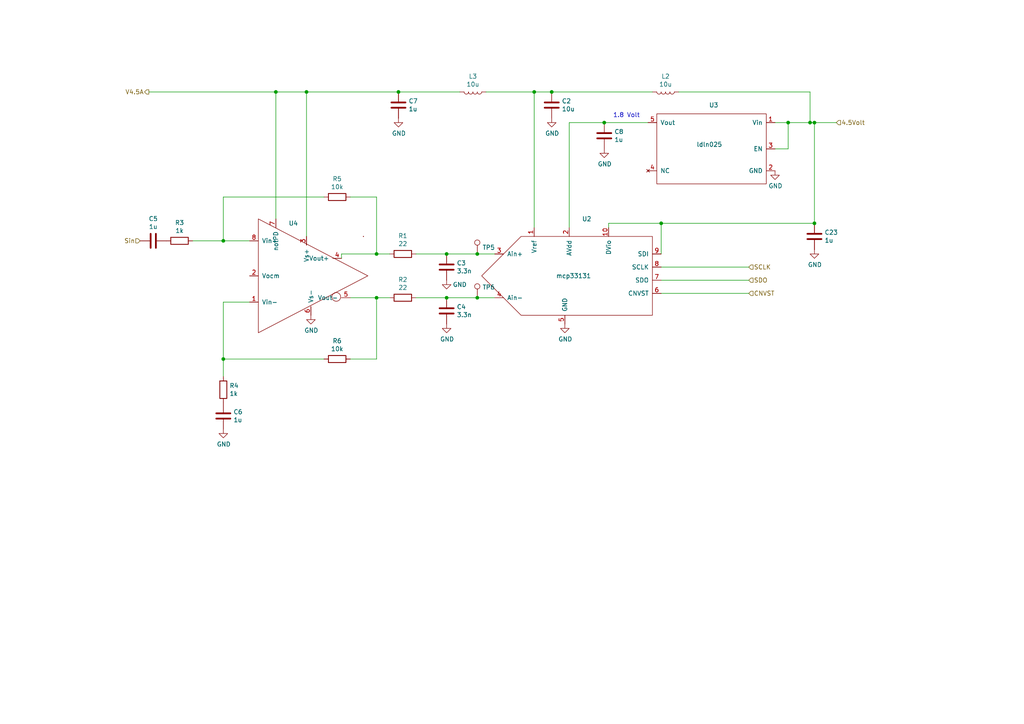
<source format=kicad_sch>
(kicad_sch (version 20211123) (generator eeschema)
  (paper "A4")
  (lib_symbols
    (symbol "Connector:TestPoint" (pin_numbers hide) (pin_names (offset 0.762) hide)
      (property "Reference" "TP" (at 0 6.858 0))
      (property "Value" "TestPoint" (at 0 5.08 0))
      (symbol "TestPoint_0_1"
        (circle (center 0 3.302) (radius 0.762))
      )
      (symbol "TestPoint_1_1"
        (pin passive line (at 0 0 90) (length 2.54) (name "1") (number "1"))
      )
    )
    (symbol "Device:C" (pin_numbers hide) (pin_names (offset 0.254))
      (property "Reference" "C" (at 0.635 2.54 0))
      (property "Value" "C" (at 0.635 -2.54 0))
      (symbol "C_0_1"
        (polyline (pts (xy -2.032 -0.762) (xy 2.032 -0.762)) (stroke (width 0.508)))
        (polyline (pts (xy -2.032 0.762) (xy 2.032 0.762)) (stroke (width 0.508)))
      )
      (symbol "C_1_1"
        (pin passive line (at 0 3.81 270) (length 2.794) (name "~") (number "1"))
        (pin passive line (at 0 -3.81 90) (length 2.794) (name "~") (number "2"))
      )
    )
    (symbol "Device:L" (pin_numbers hide) (pin_names (offset 1.016) hide)
      (property "Reference" "L" (at -1.27 0 90))
      (property "Value" "L" (at 1.905 0 90))
      (symbol "L_0_1"
        (arc (start 0 -2.54) (mid 0.635 -1.905) (end 0 -1.27))
        (arc (start 0 -1.27) (mid 0.635 -0.635) (end 0 0))
        (arc (start 0 0) (mid 0.635 0.635) (end 0 1.27))
        (arc (start 0 1.27) (mid 0.635 1.905) (end 0 2.54))
      )
      (symbol "L_1_1"
        (pin passive line (at 0 3.81 270) (length 1.27) (name "1") (number "1"))
        (pin passive line (at 0 -3.81 90) (length 1.27) (name "2") (number "2"))
      )
    )
    (symbol "Device:R" (pin_numbers hide) (pin_names (offset 0))
      (property "Reference" "R" (at 2.032 0 90))
      (property "Value" "R" (at 0 0 90))
      (symbol "R_0_1"
        (rectangle (start -1.016 -2.54) (end 1.016 2.54) (stroke (width 0.254)))
      )
      (symbol "R_1_1"
        (pin passive line (at 0 3.81 270) (length 1.27) (name "~") (number "1"))
        (pin passive line (at 0 -3.81 90) (length 1.27) (name "~") (number "2"))
      )
    )
    (symbol "power:GND" (power) (pin_names (offset 0))
      (property "Value" "GND" (at 0 -3.81 0))
      (symbol "GND_0_1"
        (polyline (pts (xy 0 0) (xy 0 -1.27) (xy 1.27 -1.27) (xy 0 -2.54) (xy -1.27 -1.27) (xy 0 -1.27)))
      )
      (symbol "GND_1_1"
        (pin power_in line (at 0 0 270) (length 0) hide (name "GND") (number "1"))
      )
    )
    (symbol "rpisdr-rescue:ldln025-mylib" (pin_names (offset 1.016))
      (property "Reference" "U" (at 3.81 10.16 0))
      (property "Value" "ldln025-mylib" (at 2.54 -3.81 0))
      (symbol "ldln025-mylib_0_1"
        (rectangle (start -12.7 7.62) (end 19.05 -12.7))
      )
      (symbol "ldln025-mylib_1_1"
        (pin power_in line (at -15.24 5.08 0) (length 2.54) (name "Vin") (number "1"))
        (pin power_in line (at -15.24 -8.89 0) (length 2.54) (name "GND") (number "2"))
        (pin input line (at -15.24 -2.54 0) (length 2.54) (name "EN") (number "3"))
        (pin no_connect line (at 21.59 -8.89 180) (length 2.54) (name "NC") (number "4"))
        (pin power_out line (at 21.59 5.08 180) (length 2.54) (name "Vout") (number "5"))
      )
    )
    (symbol "rpisdr-rescue:mcp33131-mylib" (pin_names (offset 1.016))
      (property "Reference" "U" (at 0 2.54 0))
      (property "Value" "mcp33131-mylib" (at 0 0 0))
      (symbol "mcp33131-mylib_0_1"
        (polyline (pts (xy 15.24 11.43) (xy 15.24 -11.43) (xy -22.86 -11.43) (xy -34.29 0) (xy -22.86 11.43) (xy 15.24 11.43)))
      )
      (symbol "mcp33131-mylib_1_1"
        (pin input line (at -19.05 13.97 270) (length 2.54) (name "Vref") (number "1"))
        (pin power_in line (at 2.54 13.97 270) (length 2.54) (name "DVio") (number "10"))
        (pin power_in line (at -8.89 13.97 270) (length 2.54) (name "AVdd") (number "2"))
        (pin input line (at -30.48 6.35 0) (length 2.54) (name "Ain+") (number "3"))
        (pin input line (at -30.48 -6.35 0) (length 2.54) (name "Ain-") (number "4"))
        (pin power_in line (at -10.16 -13.97 90) (length 2.54) (name "GND") (number "5"))
        (pin input line (at 17.78 -5.08 180) (length 2.54) (name "CNVST") (number "6"))
        (pin input line (at 17.78 -1.27 180) (length 2.54) (name "SDO") (number "7"))
        (pin input line (at 17.78 2.54 180) (length 2.54) (name "SCLK") (number "8"))
        (pin input line (at 17.78 6.35 180) (length 2.54) (name "SDI") (number "9"))
      )
    )
    (symbol "rpisdr-rescue:ths4521-mylib" (pin_names (offset 1.016))
      (property "Reference" "U" (at -2.54 13.97 0))
      (property "Value" "ths4521-mylib" (at 0 0 0))
      (symbol "ths4521-mylib_0_1"
        (circle (center 8.636 -6.096) (radius 1.27))
        (circle (center 16.51 11.43) (radius 0.0001))
      )
      (symbol "ths4521-mylib_1_1"
        (polyline (pts (xy 17.78 0) (xy -13.97 16.51) (xy -13.97 -16.51) (xy 17.78 0)))
        (pin input line (at -16.51 -7.62 0) (length 2.54) (name "Vin-") (number "1"))
        (pin input line (at -16.51 0 0) (length 2.54) (name "Vocm") (number "2"))
        (pin input line (at 0 11.43 270) (length 2.54) (name "Vs+") (number "3"))
        (pin input line (at 10.16 5.08 180) (length 2.54) (name "Vout+") (number "4"))
        (pin input line (at 12.7 -6.35 180) (length 2.54) (name "Vout-") (number "5"))
        (pin input line (at 1.27 -11.43 90) (length 2.54) (name "Vs-") (number "6"))
        (pin input line (at -8.89 16.51 270) (length 2.54) (name "notPD") (number "7"))
        (pin input line (at -16.51 10.16 0) (length 2.54) (name "Vin+") (number "8"))
      )
    )
  )
  (junction (at 236.22 35.56))
  (junction (at 80.01 26.67))
  (junction (at 228.6 35.56))
  (junction (at 129.54 86.36))
  (junction (at 191.77 64.77))
  (junction (at 129.54 73.66))
  (junction (at 234.95 35.56))
  (junction (at 64.77 104.14))
  (junction (at 138.43 86.36))
  (junction (at 64.77 69.85))
  (junction (at 175.26 35.56))
  (junction (at 236.22 64.77))
  (junction (at 88.9 26.67))
  (junction (at 109.22 73.66))
  (junction (at 109.22 86.36))
  (junction (at 160.02 26.67))
  (junction (at 154.94 26.67))
  (junction (at 138.43 73.66))
  (junction (at 115.57 26.67))
  (wire (pts (xy 101.6 104.14) (xy 109.22 104.14)))
  (wire (pts (xy 176.53 64.77) (xy 176.53 66.04)))
  (wire (pts (xy 133.35 26.67) (xy 115.57 26.67)))
  (wire (pts (xy 113.03 73.66) (xy 109.22 73.66)))
  (wire (pts (xy 228.6 35.56) (xy 234.95 35.56)))
  (wire (pts (xy 143.51 86.36) (xy 138.43 86.36)))
  (wire (pts (xy 80.01 26.67) (xy 88.9 26.67)))
  (wire (pts (xy 160.02 26.67) (xy 154.94 26.67)))
  (wire (pts (xy 138.43 73.66) (xy 129.54 73.66)))
  (wire (pts (xy 191.77 73.66) (xy 191.77 64.77)))
  (wire (pts (xy 64.77 87.63) (xy 64.77 104.14)))
  (wire (pts (xy 99.06 73.66) (xy 99.06 74.93)))
  (wire (pts (xy 113.03 86.36) (xy 109.22 86.36)))
  (wire (pts (xy 129.54 86.36) (xy 120.65 86.36)))
  (wire (pts (xy 109.22 73.66) (xy 99.06 73.66)))
  (wire (pts (xy 217.17 81.28) (xy 191.77 81.28)))
  (wire (pts (xy 189.23 26.67) (xy 160.02 26.67)))
  (wire (pts (xy 165.1 35.56) (xy 175.26 35.56)))
  (wire (pts (xy 64.77 69.85) (xy 55.88 69.85)))
  (wire (pts (xy 138.43 86.36) (xy 129.54 86.36)))
  (wire (pts (xy 224.79 35.56) (xy 228.6 35.56)))
  (wire (pts (xy 143.51 73.66) (xy 138.43 73.66)))
  (wire (pts (xy 101.6 57.15) (xy 109.22 57.15)))
  (wire (pts (xy 109.22 104.14) (xy 109.22 86.36)))
  (wire (pts (xy 93.98 57.15) (xy 64.77 57.15)))
  (wire (pts (xy 154.94 26.67) (xy 154.94 66.04)))
  (wire (pts (xy 236.22 64.77) (xy 236.22 35.56)))
  (wire (pts (xy 228.6 43.18) (xy 228.6 35.56)))
  (wire (pts (xy 217.17 77.47) (xy 191.77 77.47)))
  (wire (pts (xy 224.79 43.18) (xy 228.6 43.18)))
  (wire (pts (xy 80.01 63.5) (xy 80.01 26.67)))
  (wire (pts (xy 234.95 35.56) (xy 234.95 26.67)))
  (wire (pts (xy 191.77 64.77) (xy 236.22 64.77)))
  (wire (pts (xy 72.39 69.85) (xy 64.77 69.85)))
  (wire (pts (xy 88.9 68.58) (xy 88.9 26.67)))
  (wire (pts (xy 109.22 86.36) (xy 101.6 86.36)))
  (wire (pts (xy 217.17 85.09) (xy 191.77 85.09)))
  (wire (pts (xy 64.77 104.14) (xy 64.77 109.22)))
  (wire (pts (xy 234.95 26.67) (xy 196.85 26.67)))
  (wire (pts (xy 115.57 26.67) (xy 88.9 26.67)))
  (wire (pts (xy 242.57 35.56) (xy 236.22 35.56)))
  (wire (pts (xy 93.98 104.14) (xy 64.77 104.14)))
  (wire (pts (xy 64.77 57.15) (xy 64.77 69.85)))
  (wire (pts (xy 80.01 26.67) (xy 43.18 26.67)))
  (wire (pts (xy 175.26 35.56) (xy 187.96 35.56)))
  (wire (pts (xy 165.1 35.56) (xy 165.1 66.04)))
  (wire (pts (xy 191.77 64.77) (xy 176.53 64.77)))
  (wire (pts (xy 154.94 26.67) (xy 140.97 26.67)))
  (wire (pts (xy 109.22 57.15) (xy 109.22 73.66)))
  (wire (pts (xy 236.22 35.56) (xy 234.95 35.56)))
  (wire (pts (xy 72.39 87.63) (xy 64.77 87.63)))
  (wire (pts (xy 129.54 73.66) (xy 120.65 73.66)))
  (text "1.8 Volt" (at 177.8 34.29 0) (effects (font (size 1.27 1.27)) (justify left bottom)))
  (hierarchical_label "V4.5A" (shape output) (at 43.18 26.67 180))
  (hierarchical_label "SCLK" (shape input) (at 217.17 77.47 0))
  (hierarchical_label "CNVST" (shape input) (at 217.17 85.09 0))
  (hierarchical_label "Sin" (shape input) (at 40.64 69.85 180))
  (hierarchical_label "4.5Volt" (shape input) (at 242.57 35.56 0))
  (hierarchical_label "SDO" (shape input) (at 217.17 81.28 0))
  (symbol (lib_id "rpisdr-rescue:mcp33131-mylib") (at 173.99 80.01 0) (unit 1)
    (property "Reference" "U2" (at 170.18 63.5 0))
    (property "Value" "mcp33131" (at 166.37 80.01 0))
    (property "Footprint" "Package_SO:MSOP-10_3x3mm_P0.5mm" (effects hide))
  )
  (symbol (lib_id "power:GND") (at 224.79 49.53 0) (unit 1)
    (property "Reference" "#PWR06" (effects hide))
    (property "Value" "GND" (at 224.917 53.9242 0))
  )
  (symbol (lib_id "power:GND") (at 163.83 93.98 0) (unit 1)
    (property "Reference" "#PWR07" (effects hide))
    (property "Value" "GND" (at 163.957 98.3742 0))
  )
  (symbol (lib_id "rpisdr-rescue:ldln025-mylib") (at 209.55 40.64 0) (mirror y) (unit 1)
    (property "Reference" "U3" (at 207.01 30.48 0))
    (property "Value" "ldln025" (at 205.74 41.91 0))
    (property "Footprint" "Package_TO_SOT_SMD:SOT-23-5" (effects hide))
  )
  (symbol (lib_id "Device:L") (at 193.04 26.67 270) (unit 1)
    (property "Reference" "L2" (at 193.04 22.1488 90))
    (property "Value" "10u" (at 193.04 24.4602 90))
    (property "Footprint" "Inductor_SMD:L_1812_4532Metric_Pad1.30x3.40mm_HandSolder" (effects hide))
  )
  (symbol (lib_id "Device:C") (at 160.02 30.48 0) (unit 1)
    (property "Reference" "C2" (at 162.941 29.3116 0) (effects (justify left)))
    (property "Value" "10u" (at 162.941 31.623 0) (effects (justify left)))
    (property "Footprint" "Capacitor_Tantalum_SMD:CP_EIA-3528-12_Kemet-T" (effects hide))
  )
  (symbol (lib_id "power:GND") (at 160.02 34.29 0) (unit 1)
    (property "Reference" "#PWR08" (effects hide))
    (property "Value" "GND" (at 160.147 38.6842 0))
  )
  (symbol (lib_id "rpisdr-rescue:ths4521-mylib") (at 88.9 80.01 0) (unit 1)
    (property "Reference" "U4" (at 85.09 64.77 0))
  )
  (symbol (lib_id "Device:C") (at 129.54 77.47 0) (unit 1)
    (property "Reference" "C3" (at 132.461 76.3016 0) (effects (justify left)))
    (property "Value" "3.3n" (at 132.461 78.613 0) (effects (justify left)))
    (property "Footprint" "Capacitor_SMD:C_0805_2012Metric_Pad1.15x1.40mm_HandSolder" (effects hide))
  )
  (symbol (lib_id "Device:C") (at 129.54 90.17 0) (unit 1)
    (property "Reference" "C4" (at 132.461 89.0016 0) (effects (justify left)))
    (property "Value" "3.3n" (at 132.461 91.313 0) (effects (justify left)))
    (property "Footprint" "Capacitor_SMD:C_0805_2012Metric_Pad1.15x1.40mm_HandSolder" (effects hide))
  )
  (symbol (lib_id "Device:R") (at 116.84 73.66 270) (unit 1)
    (property "Reference" "R1" (at 116.84 68.4022 90))
    (property "Value" "22" (at 116.84 70.7136 90))
    (property "Footprint" "Resistor_SMD:R_0805_2012Metric_Pad1.15x1.40mm_HandSolder" (effects hide))
  )
  (symbol (lib_id "Device:R") (at 116.84 86.36 270) (unit 1)
    (property "Reference" "R2" (at 116.84 81.1022 90))
    (property "Value" "22" (at 116.84 83.4136 90))
    (property "Footprint" "Resistor_SMD:R_0805_2012Metric_Pad1.15x1.40mm_HandSolder" (effects hide))
  )
  (symbol (lib_id "power:GND") (at 129.54 81.28 0) (unit 1)
    (property "Reference" "#PWR0101" (effects hide))
    (property "Value" "GND" (at 133.35 82.55 0))
  )
  (symbol (lib_id "power:GND") (at 129.54 93.98 0) (unit 1)
    (property "Reference" "#PWR0102" (effects hide))
    (property "Value" "GND" (at 129.667 98.3742 0))
  )
  (symbol (lib_id "power:GND") (at 90.17 91.44 0) (unit 1)
    (property "Reference" "#PWR0103" (effects hide))
    (property "Value" "GND" (at 90.297 95.8342 0))
  )
  (symbol (lib_id "Device:R") (at 97.79 57.15 270) (unit 1)
    (property "Reference" "R5" (at 97.79 51.8922 90))
    (property "Value" "10k" (at 97.79 54.2036 90))
    (property "Footprint" "Resistor_SMD:R_0805_2012Metric_Pad1.15x1.40mm_HandSolder" (effects hide))
  )
  (symbol (lib_id "Device:R") (at 97.79 104.14 270) (unit 1)
    (property "Reference" "R6" (at 97.79 98.8822 90))
    (property "Value" "10k" (at 97.79 101.1936 90))
    (property "Footprint" "Resistor_SMD:R_0805_2012Metric_Pad1.15x1.40mm_HandSolder" (effects hide))
  )
  (symbol (lib_id "Device:R") (at 52.07 69.85 270) (unit 1)
    (property "Reference" "R3" (at 52.07 64.5922 90))
    (property "Value" "1k" (at 52.07 66.9036 90))
    (property "Footprint" "Resistor_SMD:R_0805_2012Metric_Pad1.15x1.40mm_HandSolder" (effects hide))
  )
  (symbol (lib_id "Device:R") (at 64.77 113.03 0) (unit 1)
    (property "Reference" "R4" (at 66.548 111.8616 0) (effects (justify left)))
    (property "Value" "1k" (at 66.548 114.173 0) (effects (justify left)))
    (property "Footprint" "Resistor_SMD:R_0805_2012Metric_Pad1.15x1.40mm_HandSolder" (effects hide))
  )
  (symbol (lib_id "Device:C") (at 64.77 120.65 0) (unit 1)
    (property "Reference" "C6" (at 67.691 119.4816 0) (effects (justify left)))
    (property "Value" "1u" (at 67.691 121.793 0) (effects (justify left)))
    (property "Footprint" "Capacitor_SMD:C_1206_3216Metric_Pad1.42x1.75mm_HandSolder" (effects hide))
  )
  (symbol (lib_id "power:GND") (at 64.77 124.46 0) (unit 1)
    (property "Reference" "#PWR0104" (effects hide))
    (property "Value" "GND" (at 64.897 128.8542 0))
  )
  (symbol (lib_id "Device:C") (at 44.45 69.85 270) (unit 1)
    (property "Reference" "C5" (at 44.45 63.4492 90))
    (property "Value" "1u" (at 44.45 65.7606 90))
    (property "Footprint" "Capacitor_SMD:C_1206_3216Metric_Pad1.42x1.75mm_HandSolder" (effects hide))
  )
  (symbol (lib_id "Device:C") (at 175.26 39.37 0) (unit 1)
    (property "Reference" "C8" (at 178.181 38.2016 0) (effects (justify left)))
    (property "Value" "1u" (at 178.181 40.513 0) (effects (justify left)))
    (property "Footprint" "Capacitor_SMD:C_1206_3216Metric_Pad1.42x1.75mm_HandSolder" (effects hide))
  )
  (symbol (lib_id "power:GND") (at 175.26 43.18 0) (unit 1)
    (property "Reference" "#PWR0105" (effects hide))
    (property "Value" "GND" (at 175.387 47.5742 0))
  )
  (symbol (lib_id "Device:L") (at 137.16 26.67 270) (unit 1)
    (property "Reference" "L3" (at 137.16 22.1488 90))
    (property "Value" "10u" (at 137.16 24.4602 90))
    (property "Footprint" "Inductor_SMD:L_1812_4532Metric_Pad1.30x3.40mm_HandSolder" (effects hide))
  )
  (symbol (lib_id "Device:C") (at 115.57 30.48 0) (unit 1)
    (property "Reference" "C7" (at 118.491 29.3116 0) (effects (justify left)))
    (property "Value" "1u" (at 118.491 31.623 0) (effects (justify left)))
    (property "Footprint" "Capacitor_SMD:C_1206_3216Metric_Pad1.42x1.75mm_HandSolder" (effects hide))
  )
  (symbol (lib_id "power:GND") (at 115.57 34.29 0) (unit 1)
    (property "Reference" "#PWR0106" (effects hide))
    (property "Value" "GND" (at 115.697 38.6842 0))
  )
  (symbol (lib_id "Connector:TestPoint") (at 138.43 73.66 0) (unit 1)
    (property "Reference" "TP5" (at 139.9032 71.7804 0) (effects (justify left)))
    (property "Value" "TestPoint" (effects hide))
    (property "Footprint" "TestPoint:TestPoint_Pad_2.0x2.0mm" (effects hide))
  )
  (symbol (lib_id "Connector:TestPoint") (at 138.43 86.36 0) (unit 1)
    (property "Reference" "TP6" (at 139.9032 83.312 0) (effects (justify left)))
    (property "Value" "TestPoint" (effects hide))
    (property "Footprint" "TestPoint:TestPoint_Pad_2.0x2.0mm" (effects hide))
  )
  (symbol (lib_id "Device:C") (at 236.22 68.58 0) (unit 1)
    (property "Reference" "C23" (at 239.141 67.4116 0) (effects (justify left)))
    (property "Value" "1u" (at 239.141 69.723 0) (effects (justify left)))
    (property "Footprint" "Capacitor_SMD:C_1206_3216Metric_Pad1.42x1.75mm_HandSolder" (effects hide))
  )
  (symbol (lib_id "power:GND") (at 236.22 72.39 0) (unit 1)
    (property "Reference" "#PWR0122" (effects hide))
    (property "Value" "GND" (at 236.347 76.7842 0))
  )
)
</source>
